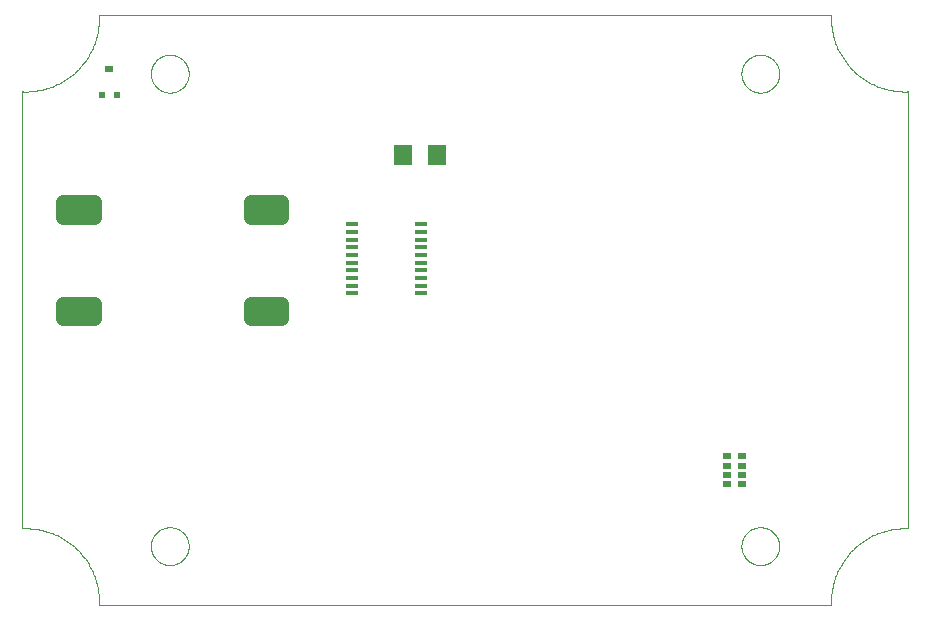
<source format=gtp>
G75*
%MOIN*%
%OFA0B0*%
%FSLAX25Y25*%
%IPPOS*%
%LPD*%
%AMOC8*
5,1,8,0,0,1.08239X$1,22.5*
%
%ADD10C,0.00000*%
%ADD11R,0.06299X0.07098*%
%ADD12R,0.03900X0.01200*%
%ADD13R,0.02559X0.01969*%
%ADD14R,0.03150X0.01969*%
%ADD15R,0.02165X0.01969*%
%ADD16C,0.04921*%
D10*
X0053934Y0055808D02*
X0054532Y0055829D01*
X0055131Y0055835D01*
X0055730Y0055827D01*
X0056329Y0055803D01*
X0056927Y0055766D01*
X0057524Y0055713D01*
X0058119Y0055646D01*
X0058712Y0055565D01*
X0059304Y0055469D01*
X0059893Y0055358D01*
X0060478Y0055234D01*
X0061061Y0055094D01*
X0061640Y0054941D01*
X0062215Y0054773D01*
X0062786Y0054592D01*
X0063353Y0054396D01*
X0063914Y0054187D01*
X0064470Y0053964D01*
X0065020Y0053728D01*
X0065565Y0053478D01*
X0066103Y0053215D01*
X0066634Y0052938D01*
X0067159Y0052649D01*
X0067676Y0052347D01*
X0068186Y0052033D01*
X0068688Y0051706D01*
X0069182Y0051367D01*
X0069667Y0051016D01*
X0070144Y0050653D01*
X0070612Y0050278D01*
X0071070Y0049892D01*
X0071519Y0049496D01*
X0071958Y0049088D01*
X0072386Y0048669D01*
X0072805Y0048241D01*
X0073213Y0047802D01*
X0073609Y0047353D01*
X0073995Y0046895D01*
X0074370Y0046427D01*
X0074733Y0045950D01*
X0075084Y0045465D01*
X0075423Y0044971D01*
X0075750Y0044469D01*
X0076064Y0043959D01*
X0076366Y0043442D01*
X0076655Y0042917D01*
X0076932Y0042386D01*
X0077195Y0041848D01*
X0077445Y0041303D01*
X0077681Y0040753D01*
X0077904Y0040197D01*
X0078113Y0039636D01*
X0078309Y0039069D01*
X0078490Y0038498D01*
X0078658Y0037923D01*
X0078811Y0037344D01*
X0078951Y0036761D01*
X0079075Y0036176D01*
X0079186Y0035587D01*
X0079282Y0034995D01*
X0079363Y0034402D01*
X0079430Y0033807D01*
X0079483Y0033210D01*
X0079520Y0032612D01*
X0079544Y0032013D01*
X0079552Y0031414D01*
X0079546Y0030815D01*
X0079525Y0030217D01*
X0079524Y0030217D02*
X0323619Y0030217D01*
X0323618Y0030217D02*
X0323597Y0030815D01*
X0323591Y0031414D01*
X0323599Y0032013D01*
X0323623Y0032612D01*
X0323660Y0033210D01*
X0323713Y0033807D01*
X0323780Y0034402D01*
X0323861Y0034995D01*
X0323957Y0035587D01*
X0324068Y0036176D01*
X0324192Y0036761D01*
X0324332Y0037344D01*
X0324485Y0037923D01*
X0324653Y0038498D01*
X0324834Y0039069D01*
X0325030Y0039636D01*
X0325239Y0040197D01*
X0325462Y0040753D01*
X0325698Y0041303D01*
X0325948Y0041848D01*
X0326211Y0042386D01*
X0326488Y0042917D01*
X0326777Y0043442D01*
X0327079Y0043959D01*
X0327393Y0044469D01*
X0327720Y0044971D01*
X0328059Y0045465D01*
X0328410Y0045950D01*
X0328773Y0046427D01*
X0329148Y0046895D01*
X0329534Y0047353D01*
X0329930Y0047802D01*
X0330338Y0048241D01*
X0330757Y0048669D01*
X0331185Y0049088D01*
X0331624Y0049496D01*
X0332073Y0049892D01*
X0332531Y0050278D01*
X0332999Y0050653D01*
X0333476Y0051016D01*
X0333961Y0051367D01*
X0334455Y0051706D01*
X0334957Y0052033D01*
X0335467Y0052347D01*
X0335984Y0052649D01*
X0336509Y0052938D01*
X0337040Y0053215D01*
X0337578Y0053478D01*
X0338123Y0053728D01*
X0338673Y0053964D01*
X0339229Y0054187D01*
X0339790Y0054396D01*
X0340357Y0054592D01*
X0340928Y0054773D01*
X0341503Y0054941D01*
X0342082Y0055094D01*
X0342665Y0055234D01*
X0343250Y0055358D01*
X0343839Y0055469D01*
X0344431Y0055565D01*
X0345024Y0055646D01*
X0345619Y0055713D01*
X0346216Y0055766D01*
X0346814Y0055803D01*
X0347413Y0055827D01*
X0348012Y0055835D01*
X0348611Y0055829D01*
X0349209Y0055808D01*
X0349209Y0055807D02*
X0349209Y0201476D01*
X0348611Y0201455D01*
X0348012Y0201449D01*
X0347413Y0201457D01*
X0346814Y0201481D01*
X0346216Y0201518D01*
X0345619Y0201571D01*
X0345024Y0201638D01*
X0344431Y0201719D01*
X0343839Y0201815D01*
X0343250Y0201926D01*
X0342665Y0202050D01*
X0342082Y0202190D01*
X0341503Y0202343D01*
X0340928Y0202511D01*
X0340357Y0202692D01*
X0339790Y0202888D01*
X0339229Y0203097D01*
X0338673Y0203320D01*
X0338123Y0203556D01*
X0337578Y0203806D01*
X0337040Y0204069D01*
X0336509Y0204346D01*
X0335984Y0204635D01*
X0335467Y0204937D01*
X0334957Y0205251D01*
X0334455Y0205578D01*
X0333961Y0205917D01*
X0333476Y0206268D01*
X0332999Y0206631D01*
X0332531Y0207006D01*
X0332073Y0207392D01*
X0331624Y0207788D01*
X0331185Y0208196D01*
X0330757Y0208615D01*
X0330338Y0209043D01*
X0329930Y0209482D01*
X0329534Y0209931D01*
X0329148Y0210389D01*
X0328773Y0210857D01*
X0328410Y0211334D01*
X0328059Y0211819D01*
X0327720Y0212313D01*
X0327393Y0212815D01*
X0327079Y0213325D01*
X0326777Y0213842D01*
X0326488Y0214367D01*
X0326211Y0214898D01*
X0325948Y0215436D01*
X0325698Y0215981D01*
X0325462Y0216531D01*
X0325239Y0217087D01*
X0325030Y0217648D01*
X0324834Y0218215D01*
X0324653Y0218786D01*
X0324485Y0219361D01*
X0324332Y0219940D01*
X0324192Y0220523D01*
X0324068Y0221108D01*
X0323957Y0221697D01*
X0323861Y0222289D01*
X0323780Y0222882D01*
X0323713Y0223477D01*
X0323660Y0224074D01*
X0323623Y0224672D01*
X0323599Y0225271D01*
X0323591Y0225870D01*
X0323597Y0226469D01*
X0323618Y0227067D01*
X0323619Y0227067D02*
X0079524Y0227067D01*
X0079525Y0227067D02*
X0079546Y0226469D01*
X0079552Y0225870D01*
X0079544Y0225271D01*
X0079520Y0224672D01*
X0079483Y0224074D01*
X0079430Y0223477D01*
X0079363Y0222882D01*
X0079282Y0222289D01*
X0079186Y0221697D01*
X0079075Y0221108D01*
X0078951Y0220523D01*
X0078811Y0219940D01*
X0078658Y0219361D01*
X0078490Y0218786D01*
X0078309Y0218215D01*
X0078113Y0217648D01*
X0077904Y0217087D01*
X0077681Y0216531D01*
X0077445Y0215981D01*
X0077195Y0215436D01*
X0076932Y0214898D01*
X0076655Y0214367D01*
X0076366Y0213842D01*
X0076064Y0213325D01*
X0075750Y0212815D01*
X0075423Y0212313D01*
X0075084Y0211819D01*
X0074733Y0211334D01*
X0074370Y0210857D01*
X0073995Y0210389D01*
X0073609Y0209931D01*
X0073213Y0209482D01*
X0072805Y0209043D01*
X0072386Y0208615D01*
X0071958Y0208196D01*
X0071519Y0207788D01*
X0071070Y0207392D01*
X0070612Y0207006D01*
X0070144Y0206631D01*
X0069667Y0206268D01*
X0069182Y0205917D01*
X0068688Y0205578D01*
X0068186Y0205251D01*
X0067676Y0204937D01*
X0067159Y0204635D01*
X0066634Y0204346D01*
X0066103Y0204069D01*
X0065565Y0203806D01*
X0065020Y0203556D01*
X0064470Y0203320D01*
X0063914Y0203097D01*
X0063353Y0202888D01*
X0062786Y0202692D01*
X0062215Y0202511D01*
X0061640Y0202343D01*
X0061061Y0202190D01*
X0060478Y0202050D01*
X0059893Y0201926D01*
X0059304Y0201815D01*
X0058712Y0201719D01*
X0058119Y0201638D01*
X0057524Y0201571D01*
X0056927Y0201518D01*
X0056329Y0201481D01*
X0055730Y0201457D01*
X0055131Y0201449D01*
X0054532Y0201455D01*
X0053934Y0201476D01*
X0053934Y0055807D01*
X0096847Y0049902D02*
X0096849Y0050060D01*
X0096855Y0050218D01*
X0096865Y0050376D01*
X0096879Y0050534D01*
X0096897Y0050691D01*
X0096918Y0050848D01*
X0096944Y0051004D01*
X0096974Y0051160D01*
X0097007Y0051315D01*
X0097045Y0051468D01*
X0097086Y0051621D01*
X0097131Y0051773D01*
X0097180Y0051924D01*
X0097233Y0052073D01*
X0097289Y0052221D01*
X0097349Y0052367D01*
X0097413Y0052512D01*
X0097481Y0052655D01*
X0097552Y0052797D01*
X0097626Y0052937D01*
X0097704Y0053074D01*
X0097786Y0053210D01*
X0097870Y0053344D01*
X0097959Y0053475D01*
X0098050Y0053604D01*
X0098145Y0053731D01*
X0098242Y0053856D01*
X0098343Y0053978D01*
X0098447Y0054097D01*
X0098554Y0054214D01*
X0098664Y0054328D01*
X0098777Y0054439D01*
X0098892Y0054548D01*
X0099010Y0054653D01*
X0099131Y0054755D01*
X0099254Y0054855D01*
X0099380Y0054951D01*
X0099508Y0055044D01*
X0099638Y0055134D01*
X0099771Y0055220D01*
X0099906Y0055304D01*
X0100042Y0055383D01*
X0100181Y0055460D01*
X0100322Y0055532D01*
X0100464Y0055602D01*
X0100608Y0055667D01*
X0100754Y0055729D01*
X0100901Y0055787D01*
X0101050Y0055842D01*
X0101200Y0055893D01*
X0101351Y0055940D01*
X0101503Y0055983D01*
X0101656Y0056022D01*
X0101811Y0056058D01*
X0101966Y0056089D01*
X0102122Y0056117D01*
X0102278Y0056141D01*
X0102435Y0056161D01*
X0102593Y0056177D01*
X0102750Y0056189D01*
X0102909Y0056197D01*
X0103067Y0056201D01*
X0103225Y0056201D01*
X0103383Y0056197D01*
X0103542Y0056189D01*
X0103699Y0056177D01*
X0103857Y0056161D01*
X0104014Y0056141D01*
X0104170Y0056117D01*
X0104326Y0056089D01*
X0104481Y0056058D01*
X0104636Y0056022D01*
X0104789Y0055983D01*
X0104941Y0055940D01*
X0105092Y0055893D01*
X0105242Y0055842D01*
X0105391Y0055787D01*
X0105538Y0055729D01*
X0105684Y0055667D01*
X0105828Y0055602D01*
X0105970Y0055532D01*
X0106111Y0055460D01*
X0106250Y0055383D01*
X0106386Y0055304D01*
X0106521Y0055220D01*
X0106654Y0055134D01*
X0106784Y0055044D01*
X0106912Y0054951D01*
X0107038Y0054855D01*
X0107161Y0054755D01*
X0107282Y0054653D01*
X0107400Y0054548D01*
X0107515Y0054439D01*
X0107628Y0054328D01*
X0107738Y0054214D01*
X0107845Y0054097D01*
X0107949Y0053978D01*
X0108050Y0053856D01*
X0108147Y0053731D01*
X0108242Y0053604D01*
X0108333Y0053475D01*
X0108422Y0053344D01*
X0108506Y0053210D01*
X0108588Y0053074D01*
X0108666Y0052937D01*
X0108740Y0052797D01*
X0108811Y0052655D01*
X0108879Y0052512D01*
X0108943Y0052367D01*
X0109003Y0052221D01*
X0109059Y0052073D01*
X0109112Y0051924D01*
X0109161Y0051773D01*
X0109206Y0051621D01*
X0109247Y0051468D01*
X0109285Y0051315D01*
X0109318Y0051160D01*
X0109348Y0051004D01*
X0109374Y0050848D01*
X0109395Y0050691D01*
X0109413Y0050534D01*
X0109427Y0050376D01*
X0109437Y0050218D01*
X0109443Y0050060D01*
X0109445Y0049902D01*
X0109443Y0049744D01*
X0109437Y0049586D01*
X0109427Y0049428D01*
X0109413Y0049270D01*
X0109395Y0049113D01*
X0109374Y0048956D01*
X0109348Y0048800D01*
X0109318Y0048644D01*
X0109285Y0048489D01*
X0109247Y0048336D01*
X0109206Y0048183D01*
X0109161Y0048031D01*
X0109112Y0047880D01*
X0109059Y0047731D01*
X0109003Y0047583D01*
X0108943Y0047437D01*
X0108879Y0047292D01*
X0108811Y0047149D01*
X0108740Y0047007D01*
X0108666Y0046867D01*
X0108588Y0046730D01*
X0108506Y0046594D01*
X0108422Y0046460D01*
X0108333Y0046329D01*
X0108242Y0046200D01*
X0108147Y0046073D01*
X0108050Y0045948D01*
X0107949Y0045826D01*
X0107845Y0045707D01*
X0107738Y0045590D01*
X0107628Y0045476D01*
X0107515Y0045365D01*
X0107400Y0045256D01*
X0107282Y0045151D01*
X0107161Y0045049D01*
X0107038Y0044949D01*
X0106912Y0044853D01*
X0106784Y0044760D01*
X0106654Y0044670D01*
X0106521Y0044584D01*
X0106386Y0044500D01*
X0106250Y0044421D01*
X0106111Y0044344D01*
X0105970Y0044272D01*
X0105828Y0044202D01*
X0105684Y0044137D01*
X0105538Y0044075D01*
X0105391Y0044017D01*
X0105242Y0043962D01*
X0105092Y0043911D01*
X0104941Y0043864D01*
X0104789Y0043821D01*
X0104636Y0043782D01*
X0104481Y0043746D01*
X0104326Y0043715D01*
X0104170Y0043687D01*
X0104014Y0043663D01*
X0103857Y0043643D01*
X0103699Y0043627D01*
X0103542Y0043615D01*
X0103383Y0043607D01*
X0103225Y0043603D01*
X0103067Y0043603D01*
X0102909Y0043607D01*
X0102750Y0043615D01*
X0102593Y0043627D01*
X0102435Y0043643D01*
X0102278Y0043663D01*
X0102122Y0043687D01*
X0101966Y0043715D01*
X0101811Y0043746D01*
X0101656Y0043782D01*
X0101503Y0043821D01*
X0101351Y0043864D01*
X0101200Y0043911D01*
X0101050Y0043962D01*
X0100901Y0044017D01*
X0100754Y0044075D01*
X0100608Y0044137D01*
X0100464Y0044202D01*
X0100322Y0044272D01*
X0100181Y0044344D01*
X0100042Y0044421D01*
X0099906Y0044500D01*
X0099771Y0044584D01*
X0099638Y0044670D01*
X0099508Y0044760D01*
X0099380Y0044853D01*
X0099254Y0044949D01*
X0099131Y0045049D01*
X0099010Y0045151D01*
X0098892Y0045256D01*
X0098777Y0045365D01*
X0098664Y0045476D01*
X0098554Y0045590D01*
X0098447Y0045707D01*
X0098343Y0045826D01*
X0098242Y0045948D01*
X0098145Y0046073D01*
X0098050Y0046200D01*
X0097959Y0046329D01*
X0097870Y0046460D01*
X0097786Y0046594D01*
X0097704Y0046730D01*
X0097626Y0046867D01*
X0097552Y0047007D01*
X0097481Y0047149D01*
X0097413Y0047292D01*
X0097349Y0047437D01*
X0097289Y0047583D01*
X0097233Y0047731D01*
X0097180Y0047880D01*
X0097131Y0048031D01*
X0097086Y0048183D01*
X0097045Y0048336D01*
X0097007Y0048489D01*
X0096974Y0048644D01*
X0096944Y0048800D01*
X0096918Y0048956D01*
X0096897Y0049113D01*
X0096879Y0049270D01*
X0096865Y0049428D01*
X0096855Y0049586D01*
X0096849Y0049744D01*
X0096847Y0049902D01*
X0293698Y0049902D02*
X0293700Y0050060D01*
X0293706Y0050218D01*
X0293716Y0050376D01*
X0293730Y0050534D01*
X0293748Y0050691D01*
X0293769Y0050848D01*
X0293795Y0051004D01*
X0293825Y0051160D01*
X0293858Y0051315D01*
X0293896Y0051468D01*
X0293937Y0051621D01*
X0293982Y0051773D01*
X0294031Y0051924D01*
X0294084Y0052073D01*
X0294140Y0052221D01*
X0294200Y0052367D01*
X0294264Y0052512D01*
X0294332Y0052655D01*
X0294403Y0052797D01*
X0294477Y0052937D01*
X0294555Y0053074D01*
X0294637Y0053210D01*
X0294721Y0053344D01*
X0294810Y0053475D01*
X0294901Y0053604D01*
X0294996Y0053731D01*
X0295093Y0053856D01*
X0295194Y0053978D01*
X0295298Y0054097D01*
X0295405Y0054214D01*
X0295515Y0054328D01*
X0295628Y0054439D01*
X0295743Y0054548D01*
X0295861Y0054653D01*
X0295982Y0054755D01*
X0296105Y0054855D01*
X0296231Y0054951D01*
X0296359Y0055044D01*
X0296489Y0055134D01*
X0296622Y0055220D01*
X0296757Y0055304D01*
X0296893Y0055383D01*
X0297032Y0055460D01*
X0297173Y0055532D01*
X0297315Y0055602D01*
X0297459Y0055667D01*
X0297605Y0055729D01*
X0297752Y0055787D01*
X0297901Y0055842D01*
X0298051Y0055893D01*
X0298202Y0055940D01*
X0298354Y0055983D01*
X0298507Y0056022D01*
X0298662Y0056058D01*
X0298817Y0056089D01*
X0298973Y0056117D01*
X0299129Y0056141D01*
X0299286Y0056161D01*
X0299444Y0056177D01*
X0299601Y0056189D01*
X0299760Y0056197D01*
X0299918Y0056201D01*
X0300076Y0056201D01*
X0300234Y0056197D01*
X0300393Y0056189D01*
X0300550Y0056177D01*
X0300708Y0056161D01*
X0300865Y0056141D01*
X0301021Y0056117D01*
X0301177Y0056089D01*
X0301332Y0056058D01*
X0301487Y0056022D01*
X0301640Y0055983D01*
X0301792Y0055940D01*
X0301943Y0055893D01*
X0302093Y0055842D01*
X0302242Y0055787D01*
X0302389Y0055729D01*
X0302535Y0055667D01*
X0302679Y0055602D01*
X0302821Y0055532D01*
X0302962Y0055460D01*
X0303101Y0055383D01*
X0303237Y0055304D01*
X0303372Y0055220D01*
X0303505Y0055134D01*
X0303635Y0055044D01*
X0303763Y0054951D01*
X0303889Y0054855D01*
X0304012Y0054755D01*
X0304133Y0054653D01*
X0304251Y0054548D01*
X0304366Y0054439D01*
X0304479Y0054328D01*
X0304589Y0054214D01*
X0304696Y0054097D01*
X0304800Y0053978D01*
X0304901Y0053856D01*
X0304998Y0053731D01*
X0305093Y0053604D01*
X0305184Y0053475D01*
X0305273Y0053344D01*
X0305357Y0053210D01*
X0305439Y0053074D01*
X0305517Y0052937D01*
X0305591Y0052797D01*
X0305662Y0052655D01*
X0305730Y0052512D01*
X0305794Y0052367D01*
X0305854Y0052221D01*
X0305910Y0052073D01*
X0305963Y0051924D01*
X0306012Y0051773D01*
X0306057Y0051621D01*
X0306098Y0051468D01*
X0306136Y0051315D01*
X0306169Y0051160D01*
X0306199Y0051004D01*
X0306225Y0050848D01*
X0306246Y0050691D01*
X0306264Y0050534D01*
X0306278Y0050376D01*
X0306288Y0050218D01*
X0306294Y0050060D01*
X0306296Y0049902D01*
X0306294Y0049744D01*
X0306288Y0049586D01*
X0306278Y0049428D01*
X0306264Y0049270D01*
X0306246Y0049113D01*
X0306225Y0048956D01*
X0306199Y0048800D01*
X0306169Y0048644D01*
X0306136Y0048489D01*
X0306098Y0048336D01*
X0306057Y0048183D01*
X0306012Y0048031D01*
X0305963Y0047880D01*
X0305910Y0047731D01*
X0305854Y0047583D01*
X0305794Y0047437D01*
X0305730Y0047292D01*
X0305662Y0047149D01*
X0305591Y0047007D01*
X0305517Y0046867D01*
X0305439Y0046730D01*
X0305357Y0046594D01*
X0305273Y0046460D01*
X0305184Y0046329D01*
X0305093Y0046200D01*
X0304998Y0046073D01*
X0304901Y0045948D01*
X0304800Y0045826D01*
X0304696Y0045707D01*
X0304589Y0045590D01*
X0304479Y0045476D01*
X0304366Y0045365D01*
X0304251Y0045256D01*
X0304133Y0045151D01*
X0304012Y0045049D01*
X0303889Y0044949D01*
X0303763Y0044853D01*
X0303635Y0044760D01*
X0303505Y0044670D01*
X0303372Y0044584D01*
X0303237Y0044500D01*
X0303101Y0044421D01*
X0302962Y0044344D01*
X0302821Y0044272D01*
X0302679Y0044202D01*
X0302535Y0044137D01*
X0302389Y0044075D01*
X0302242Y0044017D01*
X0302093Y0043962D01*
X0301943Y0043911D01*
X0301792Y0043864D01*
X0301640Y0043821D01*
X0301487Y0043782D01*
X0301332Y0043746D01*
X0301177Y0043715D01*
X0301021Y0043687D01*
X0300865Y0043663D01*
X0300708Y0043643D01*
X0300550Y0043627D01*
X0300393Y0043615D01*
X0300234Y0043607D01*
X0300076Y0043603D01*
X0299918Y0043603D01*
X0299760Y0043607D01*
X0299601Y0043615D01*
X0299444Y0043627D01*
X0299286Y0043643D01*
X0299129Y0043663D01*
X0298973Y0043687D01*
X0298817Y0043715D01*
X0298662Y0043746D01*
X0298507Y0043782D01*
X0298354Y0043821D01*
X0298202Y0043864D01*
X0298051Y0043911D01*
X0297901Y0043962D01*
X0297752Y0044017D01*
X0297605Y0044075D01*
X0297459Y0044137D01*
X0297315Y0044202D01*
X0297173Y0044272D01*
X0297032Y0044344D01*
X0296893Y0044421D01*
X0296757Y0044500D01*
X0296622Y0044584D01*
X0296489Y0044670D01*
X0296359Y0044760D01*
X0296231Y0044853D01*
X0296105Y0044949D01*
X0295982Y0045049D01*
X0295861Y0045151D01*
X0295743Y0045256D01*
X0295628Y0045365D01*
X0295515Y0045476D01*
X0295405Y0045590D01*
X0295298Y0045707D01*
X0295194Y0045826D01*
X0295093Y0045948D01*
X0294996Y0046073D01*
X0294901Y0046200D01*
X0294810Y0046329D01*
X0294721Y0046460D01*
X0294637Y0046594D01*
X0294555Y0046730D01*
X0294477Y0046867D01*
X0294403Y0047007D01*
X0294332Y0047149D01*
X0294264Y0047292D01*
X0294200Y0047437D01*
X0294140Y0047583D01*
X0294084Y0047731D01*
X0294031Y0047880D01*
X0293982Y0048031D01*
X0293937Y0048183D01*
X0293896Y0048336D01*
X0293858Y0048489D01*
X0293825Y0048644D01*
X0293795Y0048800D01*
X0293769Y0048956D01*
X0293748Y0049113D01*
X0293730Y0049270D01*
X0293716Y0049428D01*
X0293706Y0049586D01*
X0293700Y0049744D01*
X0293698Y0049902D01*
X0293698Y0207382D02*
X0293700Y0207540D01*
X0293706Y0207698D01*
X0293716Y0207856D01*
X0293730Y0208014D01*
X0293748Y0208171D01*
X0293769Y0208328D01*
X0293795Y0208484D01*
X0293825Y0208640D01*
X0293858Y0208795D01*
X0293896Y0208948D01*
X0293937Y0209101D01*
X0293982Y0209253D01*
X0294031Y0209404D01*
X0294084Y0209553D01*
X0294140Y0209701D01*
X0294200Y0209847D01*
X0294264Y0209992D01*
X0294332Y0210135D01*
X0294403Y0210277D01*
X0294477Y0210417D01*
X0294555Y0210554D01*
X0294637Y0210690D01*
X0294721Y0210824D01*
X0294810Y0210955D01*
X0294901Y0211084D01*
X0294996Y0211211D01*
X0295093Y0211336D01*
X0295194Y0211458D01*
X0295298Y0211577D01*
X0295405Y0211694D01*
X0295515Y0211808D01*
X0295628Y0211919D01*
X0295743Y0212028D01*
X0295861Y0212133D01*
X0295982Y0212235D01*
X0296105Y0212335D01*
X0296231Y0212431D01*
X0296359Y0212524D01*
X0296489Y0212614D01*
X0296622Y0212700D01*
X0296757Y0212784D01*
X0296893Y0212863D01*
X0297032Y0212940D01*
X0297173Y0213012D01*
X0297315Y0213082D01*
X0297459Y0213147D01*
X0297605Y0213209D01*
X0297752Y0213267D01*
X0297901Y0213322D01*
X0298051Y0213373D01*
X0298202Y0213420D01*
X0298354Y0213463D01*
X0298507Y0213502D01*
X0298662Y0213538D01*
X0298817Y0213569D01*
X0298973Y0213597D01*
X0299129Y0213621D01*
X0299286Y0213641D01*
X0299444Y0213657D01*
X0299601Y0213669D01*
X0299760Y0213677D01*
X0299918Y0213681D01*
X0300076Y0213681D01*
X0300234Y0213677D01*
X0300393Y0213669D01*
X0300550Y0213657D01*
X0300708Y0213641D01*
X0300865Y0213621D01*
X0301021Y0213597D01*
X0301177Y0213569D01*
X0301332Y0213538D01*
X0301487Y0213502D01*
X0301640Y0213463D01*
X0301792Y0213420D01*
X0301943Y0213373D01*
X0302093Y0213322D01*
X0302242Y0213267D01*
X0302389Y0213209D01*
X0302535Y0213147D01*
X0302679Y0213082D01*
X0302821Y0213012D01*
X0302962Y0212940D01*
X0303101Y0212863D01*
X0303237Y0212784D01*
X0303372Y0212700D01*
X0303505Y0212614D01*
X0303635Y0212524D01*
X0303763Y0212431D01*
X0303889Y0212335D01*
X0304012Y0212235D01*
X0304133Y0212133D01*
X0304251Y0212028D01*
X0304366Y0211919D01*
X0304479Y0211808D01*
X0304589Y0211694D01*
X0304696Y0211577D01*
X0304800Y0211458D01*
X0304901Y0211336D01*
X0304998Y0211211D01*
X0305093Y0211084D01*
X0305184Y0210955D01*
X0305273Y0210824D01*
X0305357Y0210690D01*
X0305439Y0210554D01*
X0305517Y0210417D01*
X0305591Y0210277D01*
X0305662Y0210135D01*
X0305730Y0209992D01*
X0305794Y0209847D01*
X0305854Y0209701D01*
X0305910Y0209553D01*
X0305963Y0209404D01*
X0306012Y0209253D01*
X0306057Y0209101D01*
X0306098Y0208948D01*
X0306136Y0208795D01*
X0306169Y0208640D01*
X0306199Y0208484D01*
X0306225Y0208328D01*
X0306246Y0208171D01*
X0306264Y0208014D01*
X0306278Y0207856D01*
X0306288Y0207698D01*
X0306294Y0207540D01*
X0306296Y0207382D01*
X0306294Y0207224D01*
X0306288Y0207066D01*
X0306278Y0206908D01*
X0306264Y0206750D01*
X0306246Y0206593D01*
X0306225Y0206436D01*
X0306199Y0206280D01*
X0306169Y0206124D01*
X0306136Y0205969D01*
X0306098Y0205816D01*
X0306057Y0205663D01*
X0306012Y0205511D01*
X0305963Y0205360D01*
X0305910Y0205211D01*
X0305854Y0205063D01*
X0305794Y0204917D01*
X0305730Y0204772D01*
X0305662Y0204629D01*
X0305591Y0204487D01*
X0305517Y0204347D01*
X0305439Y0204210D01*
X0305357Y0204074D01*
X0305273Y0203940D01*
X0305184Y0203809D01*
X0305093Y0203680D01*
X0304998Y0203553D01*
X0304901Y0203428D01*
X0304800Y0203306D01*
X0304696Y0203187D01*
X0304589Y0203070D01*
X0304479Y0202956D01*
X0304366Y0202845D01*
X0304251Y0202736D01*
X0304133Y0202631D01*
X0304012Y0202529D01*
X0303889Y0202429D01*
X0303763Y0202333D01*
X0303635Y0202240D01*
X0303505Y0202150D01*
X0303372Y0202064D01*
X0303237Y0201980D01*
X0303101Y0201901D01*
X0302962Y0201824D01*
X0302821Y0201752D01*
X0302679Y0201682D01*
X0302535Y0201617D01*
X0302389Y0201555D01*
X0302242Y0201497D01*
X0302093Y0201442D01*
X0301943Y0201391D01*
X0301792Y0201344D01*
X0301640Y0201301D01*
X0301487Y0201262D01*
X0301332Y0201226D01*
X0301177Y0201195D01*
X0301021Y0201167D01*
X0300865Y0201143D01*
X0300708Y0201123D01*
X0300550Y0201107D01*
X0300393Y0201095D01*
X0300234Y0201087D01*
X0300076Y0201083D01*
X0299918Y0201083D01*
X0299760Y0201087D01*
X0299601Y0201095D01*
X0299444Y0201107D01*
X0299286Y0201123D01*
X0299129Y0201143D01*
X0298973Y0201167D01*
X0298817Y0201195D01*
X0298662Y0201226D01*
X0298507Y0201262D01*
X0298354Y0201301D01*
X0298202Y0201344D01*
X0298051Y0201391D01*
X0297901Y0201442D01*
X0297752Y0201497D01*
X0297605Y0201555D01*
X0297459Y0201617D01*
X0297315Y0201682D01*
X0297173Y0201752D01*
X0297032Y0201824D01*
X0296893Y0201901D01*
X0296757Y0201980D01*
X0296622Y0202064D01*
X0296489Y0202150D01*
X0296359Y0202240D01*
X0296231Y0202333D01*
X0296105Y0202429D01*
X0295982Y0202529D01*
X0295861Y0202631D01*
X0295743Y0202736D01*
X0295628Y0202845D01*
X0295515Y0202956D01*
X0295405Y0203070D01*
X0295298Y0203187D01*
X0295194Y0203306D01*
X0295093Y0203428D01*
X0294996Y0203553D01*
X0294901Y0203680D01*
X0294810Y0203809D01*
X0294721Y0203940D01*
X0294637Y0204074D01*
X0294555Y0204210D01*
X0294477Y0204347D01*
X0294403Y0204487D01*
X0294332Y0204629D01*
X0294264Y0204772D01*
X0294200Y0204917D01*
X0294140Y0205063D01*
X0294084Y0205211D01*
X0294031Y0205360D01*
X0293982Y0205511D01*
X0293937Y0205663D01*
X0293896Y0205816D01*
X0293858Y0205969D01*
X0293825Y0206124D01*
X0293795Y0206280D01*
X0293769Y0206436D01*
X0293748Y0206593D01*
X0293730Y0206750D01*
X0293716Y0206908D01*
X0293706Y0207066D01*
X0293700Y0207224D01*
X0293698Y0207382D01*
X0096847Y0207382D02*
X0096849Y0207540D01*
X0096855Y0207698D01*
X0096865Y0207856D01*
X0096879Y0208014D01*
X0096897Y0208171D01*
X0096918Y0208328D01*
X0096944Y0208484D01*
X0096974Y0208640D01*
X0097007Y0208795D01*
X0097045Y0208948D01*
X0097086Y0209101D01*
X0097131Y0209253D01*
X0097180Y0209404D01*
X0097233Y0209553D01*
X0097289Y0209701D01*
X0097349Y0209847D01*
X0097413Y0209992D01*
X0097481Y0210135D01*
X0097552Y0210277D01*
X0097626Y0210417D01*
X0097704Y0210554D01*
X0097786Y0210690D01*
X0097870Y0210824D01*
X0097959Y0210955D01*
X0098050Y0211084D01*
X0098145Y0211211D01*
X0098242Y0211336D01*
X0098343Y0211458D01*
X0098447Y0211577D01*
X0098554Y0211694D01*
X0098664Y0211808D01*
X0098777Y0211919D01*
X0098892Y0212028D01*
X0099010Y0212133D01*
X0099131Y0212235D01*
X0099254Y0212335D01*
X0099380Y0212431D01*
X0099508Y0212524D01*
X0099638Y0212614D01*
X0099771Y0212700D01*
X0099906Y0212784D01*
X0100042Y0212863D01*
X0100181Y0212940D01*
X0100322Y0213012D01*
X0100464Y0213082D01*
X0100608Y0213147D01*
X0100754Y0213209D01*
X0100901Y0213267D01*
X0101050Y0213322D01*
X0101200Y0213373D01*
X0101351Y0213420D01*
X0101503Y0213463D01*
X0101656Y0213502D01*
X0101811Y0213538D01*
X0101966Y0213569D01*
X0102122Y0213597D01*
X0102278Y0213621D01*
X0102435Y0213641D01*
X0102593Y0213657D01*
X0102750Y0213669D01*
X0102909Y0213677D01*
X0103067Y0213681D01*
X0103225Y0213681D01*
X0103383Y0213677D01*
X0103542Y0213669D01*
X0103699Y0213657D01*
X0103857Y0213641D01*
X0104014Y0213621D01*
X0104170Y0213597D01*
X0104326Y0213569D01*
X0104481Y0213538D01*
X0104636Y0213502D01*
X0104789Y0213463D01*
X0104941Y0213420D01*
X0105092Y0213373D01*
X0105242Y0213322D01*
X0105391Y0213267D01*
X0105538Y0213209D01*
X0105684Y0213147D01*
X0105828Y0213082D01*
X0105970Y0213012D01*
X0106111Y0212940D01*
X0106250Y0212863D01*
X0106386Y0212784D01*
X0106521Y0212700D01*
X0106654Y0212614D01*
X0106784Y0212524D01*
X0106912Y0212431D01*
X0107038Y0212335D01*
X0107161Y0212235D01*
X0107282Y0212133D01*
X0107400Y0212028D01*
X0107515Y0211919D01*
X0107628Y0211808D01*
X0107738Y0211694D01*
X0107845Y0211577D01*
X0107949Y0211458D01*
X0108050Y0211336D01*
X0108147Y0211211D01*
X0108242Y0211084D01*
X0108333Y0210955D01*
X0108422Y0210824D01*
X0108506Y0210690D01*
X0108588Y0210554D01*
X0108666Y0210417D01*
X0108740Y0210277D01*
X0108811Y0210135D01*
X0108879Y0209992D01*
X0108943Y0209847D01*
X0109003Y0209701D01*
X0109059Y0209553D01*
X0109112Y0209404D01*
X0109161Y0209253D01*
X0109206Y0209101D01*
X0109247Y0208948D01*
X0109285Y0208795D01*
X0109318Y0208640D01*
X0109348Y0208484D01*
X0109374Y0208328D01*
X0109395Y0208171D01*
X0109413Y0208014D01*
X0109427Y0207856D01*
X0109437Y0207698D01*
X0109443Y0207540D01*
X0109445Y0207382D01*
X0109443Y0207224D01*
X0109437Y0207066D01*
X0109427Y0206908D01*
X0109413Y0206750D01*
X0109395Y0206593D01*
X0109374Y0206436D01*
X0109348Y0206280D01*
X0109318Y0206124D01*
X0109285Y0205969D01*
X0109247Y0205816D01*
X0109206Y0205663D01*
X0109161Y0205511D01*
X0109112Y0205360D01*
X0109059Y0205211D01*
X0109003Y0205063D01*
X0108943Y0204917D01*
X0108879Y0204772D01*
X0108811Y0204629D01*
X0108740Y0204487D01*
X0108666Y0204347D01*
X0108588Y0204210D01*
X0108506Y0204074D01*
X0108422Y0203940D01*
X0108333Y0203809D01*
X0108242Y0203680D01*
X0108147Y0203553D01*
X0108050Y0203428D01*
X0107949Y0203306D01*
X0107845Y0203187D01*
X0107738Y0203070D01*
X0107628Y0202956D01*
X0107515Y0202845D01*
X0107400Y0202736D01*
X0107282Y0202631D01*
X0107161Y0202529D01*
X0107038Y0202429D01*
X0106912Y0202333D01*
X0106784Y0202240D01*
X0106654Y0202150D01*
X0106521Y0202064D01*
X0106386Y0201980D01*
X0106250Y0201901D01*
X0106111Y0201824D01*
X0105970Y0201752D01*
X0105828Y0201682D01*
X0105684Y0201617D01*
X0105538Y0201555D01*
X0105391Y0201497D01*
X0105242Y0201442D01*
X0105092Y0201391D01*
X0104941Y0201344D01*
X0104789Y0201301D01*
X0104636Y0201262D01*
X0104481Y0201226D01*
X0104326Y0201195D01*
X0104170Y0201167D01*
X0104014Y0201143D01*
X0103857Y0201123D01*
X0103699Y0201107D01*
X0103542Y0201095D01*
X0103383Y0201087D01*
X0103225Y0201083D01*
X0103067Y0201083D01*
X0102909Y0201087D01*
X0102750Y0201095D01*
X0102593Y0201107D01*
X0102435Y0201123D01*
X0102278Y0201143D01*
X0102122Y0201167D01*
X0101966Y0201195D01*
X0101811Y0201226D01*
X0101656Y0201262D01*
X0101503Y0201301D01*
X0101351Y0201344D01*
X0101200Y0201391D01*
X0101050Y0201442D01*
X0100901Y0201497D01*
X0100754Y0201555D01*
X0100608Y0201617D01*
X0100464Y0201682D01*
X0100322Y0201752D01*
X0100181Y0201824D01*
X0100042Y0201901D01*
X0099906Y0201980D01*
X0099771Y0202064D01*
X0099638Y0202150D01*
X0099508Y0202240D01*
X0099380Y0202333D01*
X0099254Y0202429D01*
X0099131Y0202529D01*
X0099010Y0202631D01*
X0098892Y0202736D01*
X0098777Y0202845D01*
X0098664Y0202956D01*
X0098554Y0203070D01*
X0098447Y0203187D01*
X0098343Y0203306D01*
X0098242Y0203428D01*
X0098145Y0203553D01*
X0098050Y0203680D01*
X0097959Y0203809D01*
X0097870Y0203940D01*
X0097786Y0204074D01*
X0097704Y0204210D01*
X0097626Y0204347D01*
X0097552Y0204487D01*
X0097481Y0204629D01*
X0097413Y0204772D01*
X0097349Y0204917D01*
X0097289Y0205063D01*
X0097233Y0205211D01*
X0097180Y0205360D01*
X0097131Y0205511D01*
X0097086Y0205663D01*
X0097045Y0205816D01*
X0097007Y0205969D01*
X0096974Y0206124D01*
X0096944Y0206280D01*
X0096918Y0206436D01*
X0096897Y0206593D01*
X0096879Y0206750D01*
X0096865Y0206908D01*
X0096855Y0207066D01*
X0096849Y0207224D01*
X0096847Y0207382D01*
D11*
X0180809Y0180217D03*
X0192059Y0180217D03*
D12*
X0186921Y0157232D03*
X0186921Y0154673D03*
X0186921Y0152114D03*
X0186921Y0149555D03*
X0186921Y0146996D03*
X0186921Y0144437D03*
X0186921Y0141878D03*
X0186921Y0139319D03*
X0186921Y0136760D03*
X0186921Y0134201D03*
X0163946Y0134201D03*
X0163946Y0136760D03*
X0163946Y0139319D03*
X0163946Y0141878D03*
X0163946Y0144437D03*
X0163946Y0146996D03*
X0163946Y0149555D03*
X0163946Y0152114D03*
X0163946Y0154673D03*
X0163946Y0157232D03*
D13*
X0288973Y0079941D03*
X0288973Y0076791D03*
X0288973Y0073642D03*
X0288973Y0070492D03*
X0293894Y0070492D03*
X0293894Y0073642D03*
X0293894Y0076791D03*
X0293894Y0079941D03*
D14*
X0082997Y0208807D03*
D15*
X0080635Y0200146D03*
X0085556Y0200146D03*
D16*
X0077734Y0159685D02*
X0067654Y0159685D01*
X0067654Y0164607D01*
X0077734Y0164607D01*
X0077734Y0159685D01*
X0077734Y0164605D02*
X0067654Y0164605D01*
X0067654Y0125826D02*
X0077734Y0125826D01*
X0067654Y0125826D02*
X0067654Y0130748D01*
X0077734Y0130748D01*
X0077734Y0125826D01*
X0077734Y0130746D02*
X0067654Y0130746D01*
X0130134Y0125826D02*
X0140214Y0125826D01*
X0130134Y0125826D02*
X0130134Y0130748D01*
X0140214Y0130748D01*
X0140214Y0125826D01*
X0140214Y0130746D02*
X0130134Y0130746D01*
X0130134Y0159685D02*
X0140214Y0159685D01*
X0130134Y0159685D02*
X0130134Y0164607D01*
X0140214Y0164607D01*
X0140214Y0159685D01*
X0140214Y0164605D02*
X0130134Y0164605D01*
M02*

</source>
